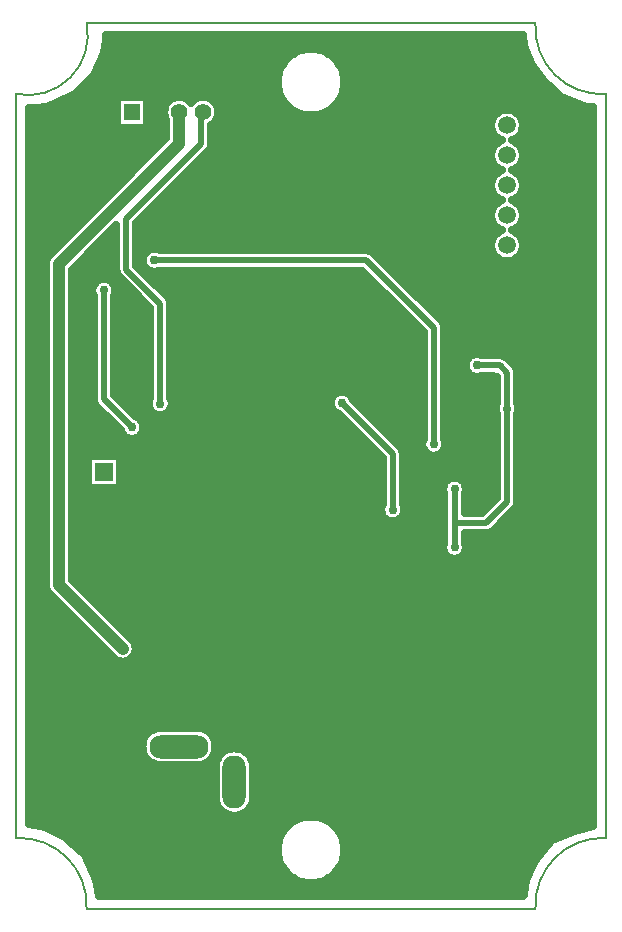
<source format=gbl>
G04 DipTrace 3.0.0.0*
G04 Bottom.gbr*
%MOIN*%
G04 #@! TF.FileFunction,Copper,L2,Bot*
G04 #@! TF.Part,Single*
%ADD11C,0.006*%
G04 #@! TA.AperFunction,Conductor*
%ADD14C,0.02*%
%ADD15C,0.03937*%
G04 #@! TA.AperFunction,CopperBalancing*
%ADD16C,0.025*%
G04 #@! TA.AperFunction,ComponentPad*
%ADD22R,0.055118X0.055118*%
%ADD23C,0.055118*%
%ADD26C,0.059055*%
%ADD29O,0.177165X0.07874*%
%ADD30O,0.19685X0.07874*%
%ADD31O,0.07874X0.177165*%
%ADD32R,0.059055X0.059055*%
%ADD33C,0.059055*%
G04 #@! TA.AperFunction,ViaPad*
%ADD37C,0.03*%
%FSLAX26Y26*%
G04*
G70*
G90*
G75*
G01*
G04 Bottom*
%LPD*%
X1256382Y1330085D2*
D14*
Y1517605D1*
X1087614Y1686373D1*
X1393896Y1548858D2*
Y1936399D1*
X1168873Y2161423D1*
X462549D1*
X545665Y2655224D2*
D15*
Y2550822D1*
X143765Y2148921D1*
Y1080059D1*
X356287Y867537D1*
X1462654Y1398843D2*
D14*
Y1286331D1*
Y1205072D1*
X1637672Y1667621D2*
Y1355088D1*
X1568915Y1286331D1*
X1462654D1*
X1537457Y1811386D2*
X1612669D1*
X1637672Y1786383D1*
Y1667621D1*
X293781Y2061412D2*
Y1698874D1*
X387541Y1605114D1*
X1637672Y2111470D2*
X1712627D1*
X1743933Y2080164D1*
Y1286331D1*
X1787957Y1242307D1*
X481301Y1683854D2*
Y2017657D1*
X368789Y2130169D1*
Y2298937D1*
X618815Y2548963D1*
Y2649634D1*
X624406Y2655224D1*
D37*
X1256382Y1330085D3*
X1087614Y1686373D3*
X1393896Y1548858D3*
X462549Y2161423D3*
X356287Y867537D3*
X1462654Y1398843D3*
Y1205072D3*
X1637672Y1667621D3*
X1537457Y1811386D3*
X1637672Y1667621D3*
X293781Y2061412D3*
X387541Y1605114D3*
X1787957Y1242307D3*
X481301Y1683854D3*
X300868Y2886634D2*
D16*
X1690399D1*
X297352Y2861765D2*
X948162D1*
X1020350D2*
X1697869D1*
X289149Y2836896D2*
X905780D1*
X1062733D2*
X1707830D1*
X277869Y2812028D2*
X885907D1*
X1082606D2*
X1717743D1*
X266541Y2787159D2*
X875164D1*
X1093299D2*
X1736248D1*
X245985Y2762290D2*
X870868D1*
X1097645D2*
X1754901D1*
X221131Y2737421D2*
X872235D1*
X1096278D2*
X1781707D1*
X195106Y2712552D2*
X879510D1*
X1089002D2*
X1809686D1*
X137049Y2687684D2*
X334637D1*
X441737D2*
X503729D1*
X666297D2*
X894110D1*
X1074403D2*
X1862323D1*
X46278Y2662815D2*
X334637D1*
X441737D2*
X492694D1*
X677381D2*
X921209D1*
X1047303D2*
X1621942D1*
X1653407D2*
X1922723D1*
X46278Y2637946D2*
X334637D1*
X441737D2*
X495135D1*
X674940D2*
X1589227D1*
X1686121D2*
X1922723D1*
X46278Y2613077D2*
X334637D1*
X441737D2*
X499969D1*
X655750D2*
X1582147D1*
X1693153D2*
X1922723D1*
X46278Y2588209D2*
X499969D1*
X654823D2*
X1587518D1*
X1687830D2*
X1922723D1*
X46278Y2563340D2*
X494598D1*
X654823D2*
X1612909D1*
X1662440D2*
X1922723D1*
X46278Y2538471D2*
X469744D1*
X653114D2*
X1589520D1*
X1685828D2*
X1922723D1*
X46278Y2513602D2*
X444891D1*
X633338D2*
X1582196D1*
X1693153D2*
X1922723D1*
X46278Y2488734D2*
X419989D1*
X608485D2*
X1587274D1*
X1688075D2*
X1922723D1*
X46278Y2463865D2*
X395135D1*
X583582D2*
X1611834D1*
X1663514D2*
X1922723D1*
X46278Y2438996D2*
X370282D1*
X558729D2*
X1589862D1*
X1685487D2*
X1922723D1*
X46278Y2414127D2*
X345379D1*
X533875D2*
X1582196D1*
X1693153D2*
X1922723D1*
X46278Y2389259D2*
X320526D1*
X508973D2*
X1587030D1*
X1688319D2*
X1922723D1*
X46278Y2364390D2*
X295672D1*
X484119D2*
X1610760D1*
X1664588D2*
X1922723D1*
X46278Y2339521D2*
X270770D1*
X459266D2*
X1590155D1*
X1685194D2*
X1922723D1*
X46278Y2314652D2*
X245916D1*
X434364D2*
X1582244D1*
X1693104D2*
X1922723D1*
X46278Y2289783D2*
X221063D1*
X409510D2*
X1586786D1*
X1688563D2*
X1922723D1*
X46278Y2264915D2*
X196209D1*
X323328D2*
X332791D1*
X404774D2*
X1609784D1*
X1665565D2*
X1922723D1*
X46278Y2240046D2*
X171307D1*
X298475D2*
X332782D1*
X404774D2*
X1590496D1*
X1684852D2*
X1922723D1*
X46278Y2215177D2*
X146453D1*
X273573D2*
X332782D1*
X404774D2*
X1582293D1*
X1693055D2*
X1922723D1*
X46278Y2190308D2*
X121600D1*
X248719D2*
X332782D1*
X404774D2*
X434588D1*
X1188319D2*
X1586541D1*
X1688807D2*
X1922723D1*
X46278Y2165440D2*
X101385D1*
X223866D2*
X332782D1*
X404774D2*
X421746D1*
X1214735D2*
X1608856D1*
X1666493D2*
X1922723D1*
X46278Y2140571D2*
X98065D1*
X198963D2*
X332782D1*
X408241D2*
X427703D1*
X1239588D2*
X1922723D1*
X46278Y2115702D2*
X98065D1*
X189442D2*
X336053D1*
X433143D2*
X1164715D1*
X1264491D2*
X1922723D1*
X46278Y2090833D2*
X98065D1*
X189442D2*
X266473D1*
X321131D2*
X358270D1*
X457996D2*
X1189569D1*
X1289344D2*
X1922723D1*
X46278Y2065965D2*
X98065D1*
X189442D2*
X253045D1*
X334510D2*
X383123D1*
X482850D2*
X1214471D1*
X1314198D2*
X1922723D1*
X46278Y2041096D2*
X98065D1*
X189442D2*
X257782D1*
X329774D2*
X407977D1*
X507752D2*
X1239325D1*
X1339100D2*
X1922723D1*
X46278Y2016227D2*
X98065D1*
X189442D2*
X257782D1*
X329774D2*
X432830D1*
X517323D2*
X1264178D1*
X1363953D2*
X1922723D1*
X46278Y1991358D2*
X98065D1*
X189442D2*
X257782D1*
X329774D2*
X445282D1*
X517323D2*
X1289080D1*
X1388807D2*
X1922723D1*
X46278Y1966489D2*
X98065D1*
X189442D2*
X257782D1*
X329774D2*
X445282D1*
X517323D2*
X1313934D1*
X1413661D2*
X1922723D1*
X46278Y1941621D2*
X98065D1*
X189442D2*
X257782D1*
X329774D2*
X445282D1*
X517323D2*
X1338787D1*
X1429481D2*
X1922723D1*
X46278Y1916752D2*
X98065D1*
X189442D2*
X257782D1*
X329774D2*
X445282D1*
X517323D2*
X1357879D1*
X1429920D2*
X1922723D1*
X46278Y1891883D2*
X98065D1*
X189442D2*
X257782D1*
X329774D2*
X445282D1*
X517323D2*
X1357879D1*
X1429920D2*
X1922723D1*
X46278Y1867014D2*
X98065D1*
X189442D2*
X257782D1*
X329774D2*
X445282D1*
X517323D2*
X1357879D1*
X1429920D2*
X1922723D1*
X46278Y1842146D2*
X98065D1*
X189442D2*
X257782D1*
X329774D2*
X445282D1*
X517323D2*
X1357879D1*
X1429920D2*
X1511786D1*
X1628455D2*
X1922723D1*
X46278Y1817277D2*
X98065D1*
X189442D2*
X257782D1*
X329774D2*
X445282D1*
X517323D2*
X1357879D1*
X1429920D2*
X1496893D1*
X1656678D2*
X1922723D1*
X46278Y1792408D2*
X98065D1*
X189442D2*
X257782D1*
X329774D2*
X445282D1*
X517323D2*
X1357879D1*
X1429920D2*
X1501483D1*
X1673133D2*
X1922723D1*
X46278Y1767539D2*
X98065D1*
X189442D2*
X257782D1*
X329774D2*
X445282D1*
X517323D2*
X1357879D1*
X1429920D2*
X1601678D1*
X1673670D2*
X1922723D1*
X46278Y1742671D2*
X98065D1*
X189442D2*
X257782D1*
X329774D2*
X445282D1*
X517323D2*
X1357879D1*
X1429920D2*
X1601678D1*
X1673670D2*
X1922723D1*
X46278Y1717802D2*
X98065D1*
X189442D2*
X257782D1*
X329774D2*
X445282D1*
X517323D2*
X1062860D1*
X1112342D2*
X1357879D1*
X1429920D2*
X1601678D1*
X1673670D2*
X1922723D1*
X46278Y1692933D2*
X98065D1*
X189442D2*
X258319D1*
X349598D2*
X441375D1*
X521229D2*
X1047186D1*
X1130946D2*
X1357879D1*
X1429920D2*
X1601678D1*
X1673670D2*
X1922723D1*
X46278Y1668064D2*
X98065D1*
X189442D2*
X274725D1*
X374452D2*
X443670D1*
X518934D2*
X1051239D1*
X1155799D2*
X1357879D1*
X1429920D2*
X1596698D1*
X1678651D2*
X1922723D1*
X46278Y1643196D2*
X98065D1*
X189442D2*
X299578D1*
X399354D2*
X1080926D1*
X1180653D2*
X1357879D1*
X1429920D2*
X1601678D1*
X1673670D2*
X1922723D1*
X46278Y1618327D2*
X98065D1*
X189442D2*
X324432D1*
X426209D2*
X1105780D1*
X1205555D2*
X1357879D1*
X1429920D2*
X1601678D1*
X1673670D2*
X1922723D1*
X46278Y1593458D2*
X98065D1*
X189442D2*
X348358D1*
X426746D2*
X1130633D1*
X1230409D2*
X1357879D1*
X1429920D2*
X1601678D1*
X1673670D2*
X1922723D1*
X46278Y1568589D2*
X98065D1*
X189442D2*
X372869D1*
X402235D2*
X1155536D1*
X1255262D2*
X1357879D1*
X1429920D2*
X1601678D1*
X1673670D2*
X1922723D1*
X46278Y1543720D2*
X98065D1*
X189442D2*
X1180389D1*
X1280164D2*
X1353241D1*
X1434559D2*
X1601678D1*
X1673670D2*
X1922723D1*
X46278Y1518852D2*
X98065D1*
X189442D2*
X1205243D1*
X1292371D2*
X1367254D1*
X1420496D2*
X1601678D1*
X1673670D2*
X1922723D1*
X46278Y1493983D2*
X98065D1*
X189442D2*
X238250D1*
X349305D2*
X1220379D1*
X1292371D2*
X1601678D1*
X1673670D2*
X1922723D1*
X46278Y1469114D2*
X98065D1*
X189442D2*
X238250D1*
X349305D2*
X1220379D1*
X1292371D2*
X1601678D1*
X1673670D2*
X1922723D1*
X46278Y1444245D2*
X98065D1*
X189442D2*
X238250D1*
X349305D2*
X1220379D1*
X1292371D2*
X1601678D1*
X1673670D2*
X1922723D1*
X46278Y1419377D2*
X98065D1*
X189442D2*
X238250D1*
X349305D2*
X1220379D1*
X1292371D2*
X1427606D1*
X1497743D2*
X1601678D1*
X1673670D2*
X1922723D1*
X46278Y1394508D2*
X98065D1*
X189442D2*
X1220379D1*
X1292371D2*
X1421893D1*
X1503407D2*
X1601678D1*
X1673670D2*
X1922723D1*
X46278Y1369639D2*
X98065D1*
X189442D2*
X1220379D1*
X1292371D2*
X1426629D1*
X1498670D2*
X1601678D1*
X1673670D2*
X1922723D1*
X46278Y1344770D2*
X98065D1*
X189442D2*
X1218280D1*
X1294471D2*
X1426629D1*
X1498670D2*
X1577459D1*
X1672059D2*
X1922723D1*
X46278Y1319902D2*
X98065D1*
X189442D2*
X1216766D1*
X1296034D2*
X1426629D1*
X1498670D2*
X1552606D1*
X1652381D2*
X1922723D1*
X46278Y1295033D2*
X98065D1*
X189442D2*
X1237957D1*
X1274793D2*
X1426629D1*
X1627479D2*
X1922723D1*
X46278Y1270164D2*
X98065D1*
X189442D2*
X1426629D1*
X1602625D2*
X1922723D1*
X46278Y1245295D2*
X98065D1*
X189442D2*
X1426629D1*
X1498670D2*
X1922723D1*
X46278Y1220427D2*
X98065D1*
X189442D2*
X1424871D1*
X1500477D2*
X1922723D1*
X46278Y1195558D2*
X98065D1*
X189442D2*
X1422869D1*
X1502479D2*
X1922723D1*
X46278Y1170689D2*
X98065D1*
X189442D2*
X1442840D1*
X1482459D2*
X1922723D1*
X46278Y1145820D2*
X98065D1*
X189442D2*
X1922723D1*
X46278Y1120951D2*
X98065D1*
X189442D2*
X1922723D1*
X46278Y1096083D2*
X98065D1*
X191297D2*
X1922723D1*
X46278Y1071214D2*
X98993D1*
X216200D2*
X1922723D1*
X46278Y1046345D2*
X113885D1*
X241053D2*
X1922723D1*
X46278Y1021476D2*
X138787D1*
X265907D2*
X1922723D1*
X46278Y996608D2*
X163641D1*
X290809D2*
X1922723D1*
X46278Y971739D2*
X188494D1*
X315662D2*
X1922723D1*
X46278Y946870D2*
X213397D1*
X340516D2*
X1922723D1*
X46278Y922001D2*
X238250D1*
X365418D2*
X1922723D1*
X46278Y897133D2*
X263104D1*
X390223D2*
X1922723D1*
X46278Y872264D2*
X288006D1*
X401698D2*
X1922723D1*
X46278Y847395D2*
X312860D1*
X397010D2*
X1922723D1*
X46278Y822526D2*
X1922723D1*
X46278Y797657D2*
X1922723D1*
X46278Y772789D2*
X1922723D1*
X46278Y747920D2*
X1922723D1*
X46278Y723051D2*
X1922723D1*
X46278Y698182D2*
X1922723D1*
X46278Y673314D2*
X1922723D1*
X46278Y648445D2*
X1922723D1*
X46278Y623576D2*
X1922723D1*
X46278Y598707D2*
X456854D1*
X630750D2*
X1922723D1*
X46278Y573839D2*
X428534D1*
X659119D2*
X1922723D1*
X46278Y548970D2*
X419842D1*
X667762D2*
X1922723D1*
X46278Y524101D2*
X421746D1*
X665858D2*
X690741D1*
X766981D2*
X1922723D1*
X46278Y499232D2*
X435418D1*
X652186D2*
X669549D1*
X788172D2*
X1922723D1*
X46278Y474364D2*
X663494D1*
X794178D2*
X1922723D1*
X46278Y449495D2*
X663494D1*
X794227D2*
X1922723D1*
X46278Y424626D2*
X663494D1*
X794227D2*
X1922723D1*
X46278Y399757D2*
X663494D1*
X794227D2*
X1922723D1*
X46278Y374888D2*
X663494D1*
X794227D2*
X1922723D1*
X46278Y350020D2*
X668182D1*
X789491D2*
X1922723D1*
X46278Y325151D2*
X686639D1*
X771082D2*
X1922723D1*
X46278Y300282D2*
X941327D1*
X1027186D2*
X1922723D1*
X89051Y275413D2*
X903241D1*
X1065223D2*
X1916815D1*
X145545Y250545D2*
X884539D1*
X1083973D2*
X1838299D1*
X182215Y225676D2*
X874481D1*
X1093983D2*
X1782000D1*
X209852Y200807D2*
X870770D1*
X1097743D2*
X1761639D1*
X234022Y175938D2*
X872674D1*
X1095838D2*
X1741327D1*
X245496Y151070D2*
X880584D1*
X1087928D2*
X1722528D1*
X256971Y126201D2*
X896063D1*
X1072450D2*
X1711493D1*
X268446Y101332D2*
X925116D1*
X1043397D2*
X1700457D1*
X274744Y76463D2*
X1695575D1*
X279676Y51594D2*
X1692498D1*
X349626Y2706283D2*
X439244D1*
Y2604165D1*
X337126D1*
Y2706283D1*
X349626D1*
X502487Y2628012D2*
X498493Y2635685D1*
X496017Y2643305D1*
X494764Y2651218D1*
Y2659230D1*
X496017Y2667144D1*
X498493Y2674764D1*
X502130Y2681903D1*
X506840Y2688385D1*
X512505Y2694050D1*
X518987Y2698759D1*
X526126Y2702397D1*
X533746Y2704873D1*
X541659Y2706126D1*
X549671D1*
X557585Y2704873D1*
X565205Y2702397D1*
X572344Y2698759D1*
X578826Y2694050D1*
X585024Y2687708D1*
X591245Y2694050D1*
X597727Y2698759D1*
X604866Y2702397D1*
X612486Y2704873D1*
X620399Y2706126D1*
X628412D1*
X636325Y2704873D1*
X643945Y2702397D1*
X651084Y2698759D1*
X657566Y2694050D1*
X663231Y2688385D1*
X667941Y2681903D1*
X671578Y2674764D1*
X674054Y2667144D1*
X675307Y2659230D1*
Y2651218D1*
X674054Y2643305D1*
X671578Y2635685D1*
X667941Y2628546D1*
X663231Y2622064D1*
X657566Y2616399D1*
X652321Y2612516D1*
X652212Y2546335D1*
X650675Y2538611D1*
X647378Y2531460D1*
X642496Y2525268D1*
X402301Y2285073D1*
X402289Y2144005D1*
X506774Y2039414D1*
X511149Y2032866D1*
X513875Y2025478D1*
X514800Y2017647D1*
X514801Y1702863D1*
X517916Y1695751D1*
X519327Y1689877D1*
X519801Y1683854D1*
X519327Y1677832D1*
X517916Y1671957D1*
X515604Y1666376D1*
X512448Y1661225D1*
X508524Y1656631D1*
X503930Y1652707D1*
X498779Y1649551D1*
X493198Y1647239D1*
X487323Y1645828D1*
X481301Y1645354D1*
X475278Y1645828D1*
X469403Y1647239D1*
X463822Y1649551D1*
X458671Y1652707D1*
X454077Y1656631D1*
X450153Y1661225D1*
X446997Y1666376D1*
X444685Y1671957D1*
X443275Y1677832D1*
X442801Y1683854D1*
X443275Y1689877D1*
X444685Y1695751D1*
X447799Y1702765D1*
X447801Y2003825D1*
X343315Y2108413D1*
X338940Y2114961D1*
X336214Y2122349D1*
X335289Y2130180D1*
Y2279339D1*
X186982Y2131066D1*
X186950Y1097994D1*
X389126Y895583D1*
X393109Y890101D1*
X396185Y884063D1*
X398279Y877618D1*
X399339Y870925D1*
Y864148D1*
X398279Y857455D1*
X396185Y851011D1*
X393109Y844973D1*
X389126Y839490D1*
X384334Y834699D1*
X378852Y830715D1*
X372814Y827639D1*
X366369Y825545D1*
X359676Y824485D1*
X352899D1*
X346206Y825545D1*
X339761Y827639D1*
X333723Y830715D1*
X328241Y834699D1*
X263879Y898872D1*
X110927Y1052013D1*
X106944Y1057495D1*
X103867Y1063533D1*
X101773Y1069978D1*
X100713Y1076671D1*
X100580Y1167559D1*
X100713Y2152310D1*
X101773Y2159003D1*
X103867Y2165447D1*
X106944Y2171485D1*
X110927Y2176968D1*
X175100Y2241330D1*
X502448Y2568677D1*
X502480Y2628019D1*
X1690536Y2607309D2*
X1689234Y2599091D1*
X1686663Y2591177D1*
X1682885Y2583763D1*
X1677994Y2577031D1*
X1672111Y2571147D1*
X1665379Y2566256D1*
X1657965Y2562479D1*
X1655294Y2561494D1*
X1661746Y2558718D1*
X1668841Y2554370D1*
X1675168Y2548966D1*
X1680572Y2542639D1*
X1684920Y2535544D1*
X1688104Y2527856D1*
X1690047Y2519765D1*
X1690699Y2511470D1*
X1690047Y2503174D1*
X1688104Y2495083D1*
X1684920Y2487396D1*
X1680572Y2480301D1*
X1675168Y2473974D1*
X1668841Y2468570D1*
X1661746Y2464222D1*
X1655294Y2461494D1*
X1661746Y2458718D1*
X1668841Y2454370D1*
X1675168Y2448966D1*
X1680572Y2442639D1*
X1684920Y2435544D1*
X1688104Y2427856D1*
X1690047Y2419765D1*
X1690699Y2411470D1*
X1690047Y2403174D1*
X1688104Y2395083D1*
X1684920Y2387396D1*
X1680572Y2380301D1*
X1675168Y2373974D1*
X1668841Y2368570D1*
X1661746Y2364222D1*
X1655294Y2361494D1*
X1661746Y2358718D1*
X1668841Y2354370D1*
X1675168Y2348966D1*
X1680572Y2342639D1*
X1684920Y2335544D1*
X1688104Y2327856D1*
X1690047Y2319765D1*
X1690699Y2311470D1*
X1690047Y2303174D1*
X1688104Y2295083D1*
X1684920Y2287396D1*
X1680572Y2280301D1*
X1675168Y2273974D1*
X1668841Y2268570D1*
X1661746Y2264222D1*
X1655294Y2261494D1*
X1661746Y2258718D1*
X1668841Y2254370D1*
X1675168Y2248966D1*
X1680572Y2242639D1*
X1684920Y2235544D1*
X1688104Y2227856D1*
X1690047Y2219765D1*
X1690699Y2211470D1*
X1690047Y2203174D1*
X1688104Y2195083D1*
X1684920Y2187396D1*
X1680572Y2180301D1*
X1675168Y2173974D1*
X1668841Y2168570D1*
X1661746Y2164222D1*
X1654058Y2161038D1*
X1645967Y2159095D1*
X1637672Y2158442D1*
X1629377Y2159095D1*
X1621285Y2161038D1*
X1613598Y2164222D1*
X1606503Y2168570D1*
X1600176Y2173974D1*
X1594772Y2180301D1*
X1590424Y2187396D1*
X1587240Y2195083D1*
X1585297Y2203174D1*
X1584644Y2211470D1*
X1585297Y2219765D1*
X1587240Y2227856D1*
X1590424Y2235544D1*
X1594772Y2242639D1*
X1600176Y2248966D1*
X1606503Y2254370D1*
X1613598Y2258718D1*
X1620050Y2261446D1*
X1613598Y2264222D1*
X1606503Y2268570D1*
X1600176Y2273974D1*
X1594772Y2280301D1*
X1590424Y2287396D1*
X1587240Y2295083D1*
X1585297Y2303174D1*
X1584644Y2311470D1*
X1585297Y2319765D1*
X1587240Y2327856D1*
X1590424Y2335544D1*
X1594772Y2342639D1*
X1600176Y2348966D1*
X1606503Y2354370D1*
X1613598Y2358718D1*
X1620050Y2361446D1*
X1613598Y2364222D1*
X1606503Y2368570D1*
X1600176Y2373974D1*
X1594772Y2380301D1*
X1590424Y2387396D1*
X1587240Y2395083D1*
X1585297Y2403174D1*
X1584644Y2411470D1*
X1585297Y2419765D1*
X1587240Y2427856D1*
X1590424Y2435544D1*
X1594772Y2442639D1*
X1600176Y2448966D1*
X1606503Y2454370D1*
X1613598Y2458718D1*
X1620050Y2461446D1*
X1613598Y2464222D1*
X1606503Y2468570D1*
X1600176Y2473974D1*
X1594772Y2480301D1*
X1590424Y2487396D1*
X1587240Y2495083D1*
X1585297Y2503174D1*
X1584644Y2511470D1*
X1585297Y2519765D1*
X1587240Y2527856D1*
X1590424Y2535544D1*
X1594772Y2542639D1*
X1600176Y2548966D1*
X1606503Y2554370D1*
X1613598Y2558718D1*
X1620050Y2561446D1*
X1613598Y2564222D1*
X1606503Y2568570D1*
X1600176Y2573974D1*
X1594772Y2580301D1*
X1590424Y2587396D1*
X1587240Y2595083D1*
X1585297Y2603174D1*
X1584644Y2611470D1*
X1585297Y2619765D1*
X1587240Y2627856D1*
X1590424Y2635544D1*
X1594772Y2642639D1*
X1600176Y2648966D1*
X1606503Y2654370D1*
X1613598Y2658718D1*
X1621285Y2661902D1*
X1629377Y2663845D1*
X1637672Y2664497D1*
X1645967Y2663845D1*
X1654058Y2661902D1*
X1661746Y2658718D1*
X1668841Y2654370D1*
X1675168Y2648966D1*
X1680572Y2642639D1*
X1684920Y2635544D1*
X1688104Y2627856D1*
X1690047Y2619765D1*
X1690699Y2611470D1*
X1690536Y2607309D1*
X484771Y478329D2*
X474917Y479102D1*
X465324Y481405D1*
X456210Y485181D1*
X447798Y490335D1*
X440296Y496742D1*
X433889Y504244D1*
X428734Y512656D1*
X424959Y521770D1*
X422656Y531363D1*
X421882Y541198D1*
X422656Y551033D1*
X424959Y560626D1*
X428734Y569741D1*
X433889Y578152D1*
X440296Y585654D1*
X447798Y592061D1*
X456210Y597216D1*
X465324Y600991D1*
X474917Y603294D1*
X484771Y604067D1*
X607795Y603874D1*
X617539Y602331D1*
X626922Y599283D1*
X635712Y594804D1*
X643693Y589005D1*
X650669Y582029D1*
X656468Y574048D1*
X660947Y565258D1*
X663995Y555875D1*
X665538Y546131D1*
Y536265D1*
X663995Y526521D1*
X660947Y517139D1*
X656468Y508349D1*
X650669Y500367D1*
X643693Y493391D1*
X635712Y487593D1*
X626922Y483114D1*
X617539Y480065D1*
X607795Y478522D1*
X565362Y478328D1*
X484752Y478377D1*
X665977Y472281D2*
X666750Y482136D1*
X669053Y491728D1*
X672829Y500843D1*
X677983Y509255D1*
X684391Y516756D1*
X691892Y523163D1*
X700304Y528318D1*
X709419Y532094D1*
X719011Y534397D1*
X728846Y535171D1*
X738682Y534397D1*
X748274Y532094D1*
X757389Y528318D1*
X765801Y523163D1*
X773302Y516756D1*
X779709Y509255D1*
X784864Y500843D1*
X788639Y491728D1*
X790943Y482136D1*
X791717Y472300D1*
X791523Y368943D1*
X789979Y359199D1*
X786931Y349816D1*
X782452Y341026D1*
X776653Y333044D1*
X769677Y326069D1*
X761696Y320270D1*
X752906Y315791D1*
X743523Y312742D1*
X733779Y311199D1*
X723914D1*
X714170Y312742D1*
X704787Y315791D1*
X695997Y320270D1*
X688016Y326069D1*
X681040Y333044D1*
X675241Y341026D1*
X670762Y349816D1*
X667713Y359199D1*
X666170Y368943D1*
X665976Y411375D1*
Y472172D1*
X253253Y1508126D2*
X346809D1*
Y1402071D1*
X240753D1*
Y1508126D1*
X253253D1*
X1094966Y188137D2*
X1093941Y179477D1*
X1092240Y170925D1*
X1089873Y162532D1*
X1086855Y154351D1*
X1083204Y146432D1*
X1078943Y138824D1*
X1074099Y131573D1*
X1068700Y124725D1*
X1062781Y118322D1*
X1056377Y112402D1*
X1049529Y107004D1*
X1042279Y102159D1*
X1034671Y97898D1*
X1026751Y94248D1*
X1018570Y91229D1*
X1010178Y88862D1*
X1001625Y87161D1*
X992965Y86136D1*
X984252Y85794D1*
X975539Y86136D1*
X966879Y87161D1*
X958326Y88862D1*
X949934Y91229D1*
X941753Y94248D1*
X933833Y97898D1*
X926225Y102159D1*
X918975Y107004D1*
X912127Y112402D1*
X905723Y118322D1*
X899804Y124725D1*
X894405Y131573D1*
X889561Y138824D1*
X885300Y146432D1*
X881649Y154351D1*
X878631Y162532D1*
X876264Y170925D1*
X874563Y179477D1*
X873538Y188137D1*
X873196Y196850D1*
X873538Y205564D1*
X874563Y214223D1*
X876264Y222776D1*
X878631Y231169D1*
X881649Y239350D1*
X885300Y247269D1*
X889561Y254877D1*
X894405Y262128D1*
X899804Y268976D1*
X905723Y275379D1*
X912127Y281298D1*
X918975Y286697D1*
X926225Y291542D1*
X933833Y295802D1*
X941753Y299453D1*
X949934Y302471D1*
X958326Y304838D1*
X966879Y306540D1*
X975539Y307564D1*
X984252Y307907D1*
X992965Y307564D1*
X1001625Y306540D1*
X1010178Y304838D1*
X1018570Y302471D1*
X1026751Y299453D1*
X1034671Y295802D1*
X1042279Y291542D1*
X1049529Y286697D1*
X1056377Y281298D1*
X1062781Y275379D1*
X1068700Y268976D1*
X1074099Y262128D1*
X1078943Y254877D1*
X1083204Y247269D1*
X1086855Y239350D1*
X1089873Y231169D1*
X1092240Y222776D1*
X1093941Y214223D1*
X1094966Y205564D1*
X1095308Y196850D1*
X1094966Y188137D1*
Y2747192D2*
X1093941Y2738532D1*
X1092240Y2729980D1*
X1089873Y2721587D1*
X1086855Y2713406D1*
X1083204Y2705487D1*
X1078943Y2697879D1*
X1074099Y2690628D1*
X1068700Y2683780D1*
X1062781Y2677377D1*
X1056377Y2671458D1*
X1049529Y2666059D1*
X1042279Y2661214D1*
X1034671Y2656954D1*
X1026751Y2653303D1*
X1018570Y2650285D1*
X1010178Y2647918D1*
X1001625Y2646216D1*
X992965Y2645191D1*
X984252Y2644849D1*
X975539Y2645191D1*
X966879Y2646216D1*
X958326Y2647918D1*
X949934Y2650285D1*
X941753Y2653303D1*
X933833Y2656954D1*
X926225Y2661214D1*
X918975Y2666059D1*
X912127Y2671458D1*
X905723Y2677377D1*
X899804Y2683780D1*
X894405Y2690628D1*
X889561Y2697879D1*
X885300Y2705487D1*
X881649Y2713406D1*
X878631Y2721587D1*
X876264Y2729980D1*
X874563Y2738532D1*
X873538Y2747192D1*
X873196Y2755906D1*
X873538Y2764619D1*
X874563Y2773279D1*
X876264Y2781831D1*
X878631Y2790224D1*
X881649Y2798405D1*
X885300Y2806324D1*
X889561Y2813932D1*
X894405Y2821183D1*
X899804Y2828031D1*
X905723Y2834434D1*
X912127Y2840353D1*
X918975Y2845752D1*
X926225Y2850597D1*
X933833Y2854858D1*
X941753Y2858508D1*
X949934Y2861526D1*
X958326Y2863893D1*
X966879Y2865595D1*
X975539Y2866620D1*
X984252Y2866962D1*
X992965Y2866620D1*
X1001625Y2865595D1*
X1010178Y2863893D1*
X1018570Y2861526D1*
X1026751Y2858508D1*
X1034671Y2854858D1*
X1042279Y2850597D1*
X1049529Y2845752D1*
X1056377Y2840353D1*
X1062781Y2834434D1*
X1068700Y2828031D1*
X1074099Y2821183D1*
X1078943Y2813932D1*
X1083204Y2806324D1*
X1086855Y2798405D1*
X1089873Y2790224D1*
X1092240Y2781831D1*
X1093941Y2773279D1*
X1094966Y2764619D1*
X1095308Y2755906D1*
X1094966Y2747192D1*
X1222882Y1349079D2*
Y1503767D1*
X1077358Y1649253D1*
X1070136Y1652069D1*
X1064984Y1655226D1*
X1060391Y1659149D1*
X1056467Y1663743D1*
X1053310Y1668894D1*
X1050998Y1674476D1*
X1049588Y1680350D1*
X1049114Y1686373D1*
X1049588Y1692395D1*
X1050998Y1698270D1*
X1053310Y1703851D1*
X1056467Y1709002D1*
X1060391Y1713596D1*
X1064984Y1717520D1*
X1070136Y1720676D1*
X1075717Y1722988D1*
X1081591Y1724399D1*
X1087614Y1724873D1*
X1093637Y1724399D1*
X1099511Y1722988D1*
X1105093Y1720676D1*
X1110244Y1717520D1*
X1114838Y1713596D1*
X1118761Y1709002D1*
X1121918Y1703851D1*
X1124675Y1696690D1*
X1281856Y1539362D1*
X1286231Y1532814D1*
X1288956Y1525425D1*
X1289882Y1517595D1*
Y1349099D1*
X1292998Y1341982D1*
X1294408Y1336108D1*
X1294882Y1330085D1*
X1294408Y1324063D1*
X1292998Y1318188D1*
X1290686Y1312607D1*
X1287529Y1307456D1*
X1283606Y1302862D1*
X1279012Y1298938D1*
X1273861Y1295782D1*
X1268279Y1293470D1*
X1262405Y1292059D1*
X1256382Y1291585D1*
X1250359Y1292059D1*
X1244485Y1293470D1*
X1238903Y1295782D1*
X1233752Y1298938D1*
X1229158Y1302862D1*
X1225235Y1307456D1*
X1222078Y1312607D1*
X1219766Y1318188D1*
X1218356Y1324063D1*
X1217882Y1330085D1*
X1218356Y1336108D1*
X1219766Y1341982D1*
X1222880Y1348996D1*
X1360396Y1567852D2*
Y1922540D1*
X1155003Y2127916D1*
X481519Y2127923D1*
X474446Y2124807D1*
X468571Y2123397D1*
X462549Y2122923D1*
X456526Y2123397D1*
X450651Y2124807D1*
X445070Y2127119D1*
X439919Y2130275D1*
X435325Y2134199D1*
X431401Y2138793D1*
X428245Y2143944D1*
X425933Y2149525D1*
X424523Y2155400D1*
X424049Y2161423D1*
X424523Y2167445D1*
X425933Y2173320D1*
X428245Y2178901D1*
X431401Y2184052D1*
X435325Y2188646D1*
X439919Y2192570D1*
X445070Y2195726D1*
X450651Y2198038D1*
X456526Y2199449D1*
X462549Y2199923D1*
X468571Y2199449D1*
X474446Y2198038D1*
X481459Y2194924D1*
X1171501Y2194819D1*
X1179225Y2193283D1*
X1186376Y2189986D1*
X1192568Y2185103D1*
X1419370Y1958155D1*
X1423745Y1951608D1*
X1426471Y1944219D1*
X1427396Y1936389D1*
Y1567795D1*
X1430512Y1560755D1*
X1431922Y1554881D1*
X1432396Y1548858D1*
X1431922Y1542836D1*
X1430512Y1536961D1*
X1428200Y1531380D1*
X1425043Y1526229D1*
X1421120Y1521635D1*
X1416526Y1517711D1*
X1411375Y1514555D1*
X1405793Y1512243D1*
X1399919Y1510832D1*
X1393896Y1510358D1*
X1387874Y1510832D1*
X1381999Y1512243D1*
X1376418Y1514555D1*
X1371267Y1517711D1*
X1366673Y1521635D1*
X1362749Y1526229D1*
X1359593Y1531380D1*
X1357281Y1536961D1*
X1355870Y1542836D1*
X1355396Y1548858D1*
X1355870Y1554881D1*
X1357281Y1560755D1*
X1360395Y1567769D1*
X1496154Y1379848D2*
Y1319790D1*
X1555085Y1319831D1*
X1604164Y1368956D1*
X1604172Y1648691D1*
X1601056Y1655724D1*
X1599646Y1661598D1*
X1599172Y1667621D1*
X1599646Y1673643D1*
X1601056Y1679518D1*
X1604170Y1686531D1*
X1604172Y1772552D1*
X1587669Y1777886D1*
X1556468D1*
X1549354Y1774770D1*
X1543479Y1773360D1*
X1537457Y1772886D1*
X1531434Y1773360D1*
X1525560Y1774770D1*
X1519978Y1777082D1*
X1514827Y1780239D1*
X1510233Y1784162D1*
X1506310Y1788756D1*
X1503153Y1793907D1*
X1500841Y1799489D1*
X1499431Y1805363D1*
X1498957Y1811386D1*
X1499431Y1817409D1*
X1500841Y1823283D1*
X1503153Y1828864D1*
X1506310Y1834016D1*
X1510233Y1838609D1*
X1514827Y1842533D1*
X1519978Y1845690D1*
X1525560Y1848002D1*
X1531434Y1849412D1*
X1537457Y1849886D1*
X1543479Y1849412D1*
X1549354Y1848002D1*
X1556367Y1844888D1*
X1615298Y1844783D1*
X1623021Y1843246D1*
X1630173Y1839949D1*
X1636364Y1835066D1*
X1663146Y1808140D1*
X1667521Y1801592D1*
X1670246Y1794204D1*
X1671172Y1786373D1*
Y1686627D1*
X1674288Y1679518D1*
X1675698Y1673643D1*
X1676172Y1667621D1*
X1675698Y1661598D1*
X1674288Y1655724D1*
X1671174Y1648710D1*
X1671069Y1352460D1*
X1669532Y1344736D1*
X1666235Y1337584D1*
X1661353Y1331393D1*
X1590671Y1260857D1*
X1584123Y1256482D1*
X1576735Y1253756D1*
X1568904Y1252831D1*
X1496112D1*
X1496154Y1224075D1*
X1499269Y1216969D1*
X1500680Y1211095D1*
X1501154Y1205072D1*
X1500680Y1199049D1*
X1499269Y1193175D1*
X1496957Y1187594D1*
X1493801Y1182442D1*
X1489877Y1177849D1*
X1485283Y1173925D1*
X1480132Y1170768D1*
X1474551Y1168457D1*
X1468676Y1167046D1*
X1462654Y1166572D1*
X1456631Y1167046D1*
X1450756Y1168457D1*
X1445175Y1170768D1*
X1440024Y1173925D1*
X1435430Y1177849D1*
X1431506Y1182442D1*
X1428350Y1187594D1*
X1426038Y1193175D1*
X1424628Y1199049D1*
X1424154Y1205072D1*
X1424628Y1211095D1*
X1426038Y1216969D1*
X1429152Y1223983D1*
X1429153Y1379837D1*
X1426038Y1386945D1*
X1424628Y1392820D1*
X1424154Y1398843D1*
X1424628Y1404865D1*
X1426038Y1410740D1*
X1428350Y1416321D1*
X1431506Y1421472D1*
X1435430Y1426066D1*
X1440024Y1429990D1*
X1445175Y1433146D1*
X1450756Y1435458D1*
X1456631Y1436869D1*
X1462654Y1437343D1*
X1468676Y1436869D1*
X1474551Y1435458D1*
X1480132Y1433146D1*
X1485283Y1429990D1*
X1489877Y1426066D1*
X1493801Y1421472D1*
X1496957Y1416321D1*
X1499269Y1410740D1*
X1500680Y1404865D1*
X1501154Y1398843D1*
X1500680Y1392820D1*
X1499269Y1386945D1*
X1496155Y1379932D1*
X327281Y2042418D2*
Y1712730D1*
X397813Y1642219D1*
X405019Y1639418D1*
X410170Y1636261D1*
X414764Y1632338D1*
X418688Y1627744D1*
X421844Y1622593D1*
X424156Y1617011D1*
X425567Y1611137D1*
X426041Y1605114D1*
X425567Y1599091D1*
X424156Y1593217D1*
X421844Y1587636D1*
X418688Y1582484D1*
X414764Y1577891D1*
X410170Y1573967D1*
X405019Y1570810D1*
X399438Y1568498D1*
X393563Y1567088D1*
X387541Y1566614D1*
X381518Y1567088D1*
X375644Y1568498D1*
X370062Y1570810D1*
X364911Y1573967D1*
X360317Y1577891D1*
X356394Y1582484D1*
X353237Y1587636D1*
X350479Y1594797D1*
X268307Y1677117D1*
X263932Y1683665D1*
X261206Y1691054D1*
X260281Y1698884D1*
Y2042478D1*
X257165Y2049515D1*
X255755Y2055389D1*
X255281Y2061412D1*
X255755Y2067435D1*
X257165Y2073309D1*
X259477Y2078891D1*
X262634Y2084042D1*
X266557Y2088636D1*
X271151Y2092559D1*
X276302Y2095716D1*
X281884Y2098028D1*
X287758Y2099438D1*
X293781Y2099912D1*
X299804Y2099438D1*
X305678Y2098028D1*
X311259Y2095716D1*
X316411Y2092559D1*
X321004Y2088636D1*
X324928Y2084042D1*
X328085Y2078891D1*
X330397Y2073309D1*
X331807Y2067435D1*
X332281Y2061412D1*
X331807Y2055389D1*
X330397Y2049515D1*
X327283Y2042501D1*
X1689290Y2911503D2*
X300032D1*
X299905Y2897232D1*
X293225Y2851564D1*
X260965Y2780439D1*
X258865Y2777649D1*
X194867Y2713869D1*
X192444Y2712492D1*
X103077Y2674359D1*
X63796Y2670634D1*
X43713Y2668808D1*
X43753Y283987D1*
X98099Y272946D1*
X162717Y240677D1*
X173920Y230899D1*
X228486Y181583D1*
X230122Y178952D1*
X268306Y95854D1*
X279020Y42478D1*
X1692460Y42449D1*
X1694296Y46136D1*
X1700671Y95927D1*
X1726260Y153788D1*
X1728008Y156627D1*
X1785621Y226800D1*
X1789131Y229007D1*
X1865657Y260781D1*
X1925248Y277034D1*
X1925203Y2673968D1*
X1898244Y2674131D1*
X1895392Y2674939D1*
X1818638Y2707087D1*
X1798202Y2724997D1*
X1759555Y2759475D1*
X1720382Y2811898D1*
X1694495Y2876531D1*
X1689338Y2911495D1*
D22*
X388185Y2655224D3*
D23*
X466925D3*
X545665D3*
X624406D3*
D26*
X1637672Y2611470D3*
Y2511470D3*
Y2411470D3*
Y2311470D3*
Y2211470D3*
Y2111470D3*
D29*
X543807Y304978D3*
D30*
Y541198D3*
D31*
X728846Y423088D3*
D32*
X293781Y1455098D3*
D33*
Y1355098D3*
G04 BoardOutline*
X0Y236220D2*
D11*
Y2716535D1*
X1968504Y236220D2*
Y2716535D1*
X236220Y0D2*
X1732283D1*
X236220Y2952756D2*
X1732283D1*
X0Y236220D2*
G02X236220Y0I12740J-223481D01*
G01*
Y2952756D2*
G02X0Y2716535I-195822J-40399D01*
G01*
X1968504D2*
G02X1732283Y2952756I-15197J221024D01*
G01*
Y0D2*
G02X1968504Y236220I223955J12266D01*
G01*
M02*

</source>
